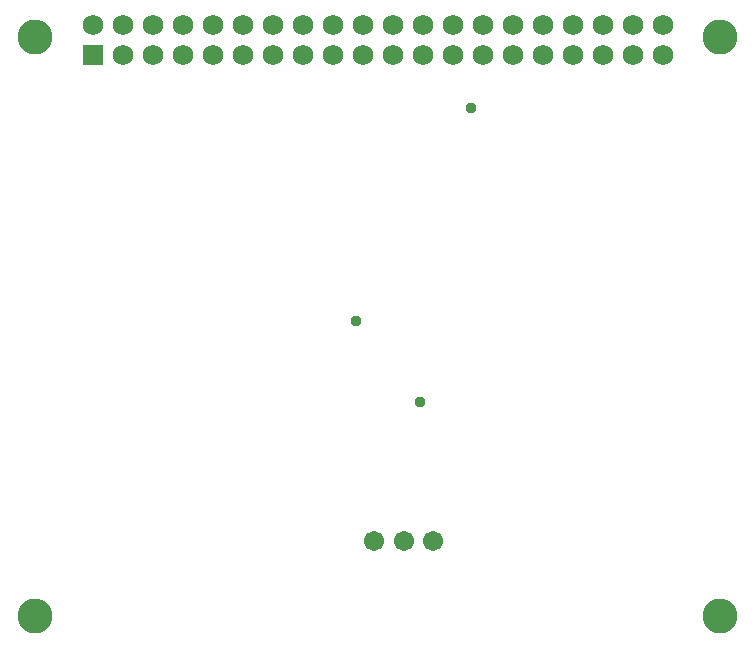
<source format=gbr>
G04 EAGLE Gerber RS-274X export*
G75*
%MOMM*%
%FSLAX34Y34*%
%LPD*%
%INSoldermask Bottom*%
%IPPOS*%
%AMOC8*
5,1,8,0,0,1.08239X$1,22.5*%
G01*
G04 Define Apertures*
%ADD10C,2.953200*%
%ADD11R,1.733200X1.733200*%
%ADD12C,1.733200*%
%ADD13C,1.711200*%
%ADD14C,0.959600*%
D10*
X35000Y525000D03*
X35000Y35000D03*
X615000Y35000D03*
X615000Y525000D03*
D11*
X83700Y509907D03*
D12*
X83700Y535307D03*
X109100Y509907D03*
X109100Y535307D03*
X134500Y509907D03*
X134500Y535307D03*
X159900Y509907D03*
X159900Y535307D03*
X185300Y509907D03*
X185300Y535307D03*
X210700Y509907D03*
X210700Y535307D03*
X236100Y509907D03*
X236100Y535307D03*
X261500Y509907D03*
X261500Y535307D03*
X286900Y509907D03*
X286900Y535307D03*
X312300Y509907D03*
X312300Y535307D03*
X337700Y509907D03*
X337700Y535307D03*
X363100Y509907D03*
X363100Y535307D03*
X388500Y509907D03*
X388500Y535307D03*
X413900Y509907D03*
X413900Y535307D03*
X439300Y509907D03*
X439300Y535307D03*
X464700Y509907D03*
X464700Y535307D03*
X490100Y509907D03*
X490100Y535307D03*
X515500Y509907D03*
X515500Y535307D03*
X540900Y509907D03*
X540900Y535307D03*
X566300Y509907D03*
X566300Y535307D03*
D13*
X321858Y98766D03*
X346858Y98766D03*
X371858Y98766D03*
D14*
X306200Y285204D03*
X360360Y216305D03*
X403788Y464968D03*
M02*

</source>
